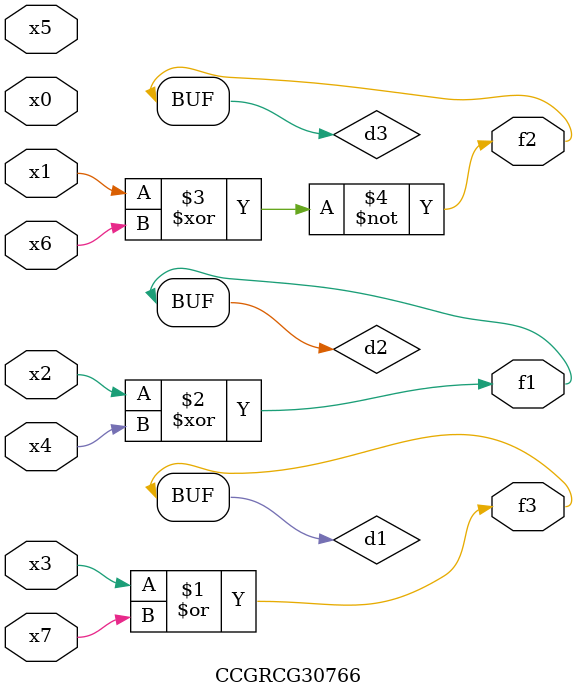
<source format=v>
module CCGRCG30766(
	input x0, x1, x2, x3, x4, x5, x6, x7,
	output f1, f2, f3
);

	wire d1, d2, d3;

	or (d1, x3, x7);
	xor (d2, x2, x4);
	xnor (d3, x1, x6);
	assign f1 = d2;
	assign f2 = d3;
	assign f3 = d1;
endmodule

</source>
